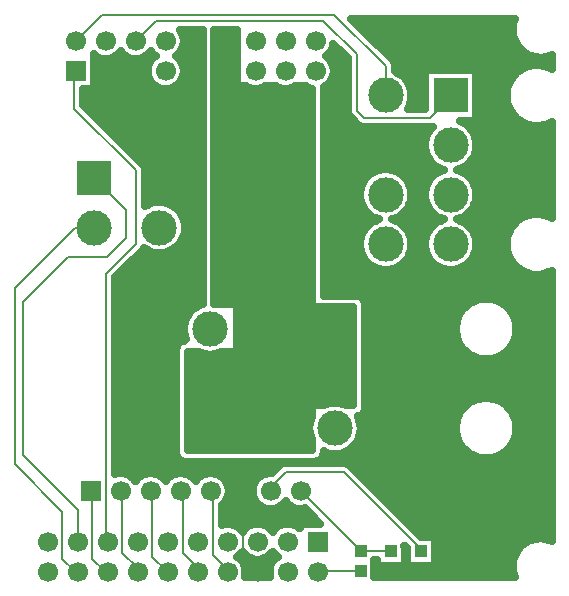
<source format=gtl>
G04 DipTrace 3.0.0.1*
G04 Maxon_Brushless_Driver_v2.0-version2.GTL*
%MOIN*%
G04 #@! TF.FileFunction,Copper,L1,Top*
G04 #@! TF.Part,Single*
G04 #@! TA.AperFunction,Conductor*
%ADD13C,0.008*%
G04 #@! TA.AperFunction,CopperBalancing*
%ADD14C,0.025*%
%ADD15R,0.03937X0.043307*%
G04 #@! TA.AperFunction,ComponentPad*
%ADD17C,0.11811*%
%ADD18R,0.11811X0.11811*%
%ADD19R,0.066929X0.066929*%
%ADD20C,0.066929*%
%FSLAX26Y26*%
G04*
G70*
G90*
G75*
G01*
G04 Top*
%LPD*%
X918923Y456509D2*
D13*
Y468937D1*
X868854Y519005D1*
Y719159D1*
X862588Y725425D1*
X1018923Y456509D2*
X968865Y506567D1*
Y719148D1*
X962588Y725425D1*
X1218923Y456509D2*
Y462718D1*
X1168886Y512755D1*
Y719127D1*
X1162588Y725425D1*
X1118923Y456509D2*
Y468958D1*
X1068875Y519005D1*
Y719138D1*
X1062588Y725425D1*
X1318923Y456509D2*
X1306390D1*
X1268896Y494003D1*
Y719117D1*
X1262588Y725425D1*
X1962720Y2044165D2*
X1968967D1*
X1893793Y1968991D1*
X1675042D1*
X1650042Y1993991D1*
Y2181488D1*
X1537541Y2293990D1*
X981152D1*
X912588Y2225425D1*
X1746185Y2044165D2*
Y2141597D1*
X1575042Y2312740D1*
X799903D1*
X712588Y2225425D1*
X818923Y556509D2*
X812598D1*
Y1450353D1*
X912609Y1550364D1*
Y1794139D1*
X706337Y2000411D1*
Y2119175D1*
X712588Y2125425D1*
X718923Y556509D2*
Y662686D1*
X537570Y844039D1*
Y1356593D1*
X687585Y1506609D1*
X818849D1*
X881356Y1569115D1*
Y1662875D1*
X775094Y1769136D1*
X718923Y456509D2*
X712577D1*
X668833Y500253D1*
Y656520D1*
X509730Y815623D1*
Y1403761D1*
X709751Y1603782D1*
X775094D1*
X818923Y456509D2*
X812588D1*
X768844Y500253D1*
Y719169D1*
X762588Y725425D1*
X1362588D2*
Y737710D1*
X1412661Y787783D1*
X1606432D1*
X1862709Y531507D1*
Y525256D1*
X1662688D2*
Y525325D1*
X1462588Y725425D1*
X1662688Y525256D2*
X1762698D1*
X1662688Y458327D2*
X1520740D1*
X1518923Y456509D1*
X1177517Y2237871D2*
D14*
X1247517D1*
X1177517Y2213003D2*
X1247517D1*
X1177517Y2188134D2*
X1247517D1*
X1177517Y2163265D2*
X1247517D1*
X1177517Y2138396D2*
X1247517D1*
X1177517Y2113528D2*
X1247517D1*
X1177517Y2088659D2*
X1247517D1*
X1177517Y2063790D2*
X1497517D1*
X1177517Y2038921D2*
X1497517D1*
X1177517Y2014052D2*
X1497517D1*
X1177517Y1989184D2*
X1497517D1*
X1177517Y1964315D2*
X1497517D1*
X1177517Y1939446D2*
X1497517D1*
X1177517Y1914577D2*
X1497517D1*
X1177517Y1889709D2*
X1497517D1*
X1177517Y1864840D2*
X1497517D1*
X1177517Y1839971D2*
X1497517D1*
X1177517Y1815102D2*
X1497517D1*
X1177517Y1790234D2*
X1497517D1*
X1177517Y1765365D2*
X1497517D1*
X1177517Y1740496D2*
X1497517D1*
X1177517Y1715627D2*
X1497517D1*
X1177517Y1690759D2*
X1497517D1*
X1177517Y1665890D2*
X1497517D1*
X1177517Y1641021D2*
X1497517D1*
X1177517Y1616152D2*
X1497517D1*
X1177517Y1591283D2*
X1497517D1*
X1177517Y1566415D2*
X1497517D1*
X1177517Y1541546D2*
X1497517D1*
X1177517Y1516677D2*
X1497517D1*
X1177517Y1491808D2*
X1497517D1*
X1177517Y1466940D2*
X1497517D1*
X1177517Y1442071D2*
X1497517D1*
X1177517Y1417202D2*
X1497517D1*
X1177517Y1392333D2*
X1497517D1*
X1177517Y1367465D2*
X1497517D1*
X1252517Y1342596D2*
X1497567D1*
X1252567Y1317727D2*
X1635017D1*
X1252567Y1292858D2*
X1635017D1*
X1252567Y1267990D2*
X1635017D1*
X1252567Y1243121D2*
X1635017D1*
X1252567Y1218252D2*
X1635017D1*
X1252517Y1193383D2*
X1635017D1*
X1090067Y1168514D2*
X1635017D1*
X1090067Y1143646D2*
X1635017D1*
X1090067Y1118777D2*
X1635017D1*
X1090067Y1093908D2*
X1635017D1*
X1090067Y1069039D2*
X1635017D1*
X1090067Y1044171D2*
X1635017D1*
X1090067Y1019302D2*
X1560604D1*
X1594217D2*
X1635017D1*
X1090067Y994433D2*
X1497517D1*
X1090067Y969564D2*
X1496688D1*
X1090067Y944696D2*
X1489900D1*
X1090067Y919827D2*
X1490731D1*
X1090067Y894958D2*
X1497517D1*
X1090067Y870089D2*
X1497517D1*
X1195542Y1187745D2*
X1186833Y1184310D1*
X1173780Y1181177D1*
X1160398Y1180123D1*
X1147016Y1181177D1*
X1133962Y1184310D1*
X1125042Y1187740D1*
X1087591D1*
X1087542Y862789D1*
X1499993Y862740D1*
X1500042Y898433D1*
X1496055Y908526D1*
X1492923Y921580D1*
X1491869Y934962D1*
X1492923Y948344D1*
X1496055Y961398D1*
X1500039Y971298D1*
X1500196Y1002196D1*
X1501404Y1005915D1*
X1503703Y1009079D1*
X1506867Y1011378D1*
X1510587Y1012587D1*
X1541790Y1012740D1*
X1550980Y1016323D1*
X1564034Y1019455D1*
X1577416Y1020509D1*
X1590798Y1019455D1*
X1603852Y1016323D1*
X1612894Y1012734D1*
X1637493Y1012740D1*
X1637542Y1337692D1*
X1510587Y1337894D1*
X1506867Y1339102D1*
X1503703Y1341402D1*
X1501404Y1344566D1*
X1500196Y1348285D1*
X1500042Y1387740D1*
Y2066793D1*
X1489643Y2070033D1*
X1481261Y2074303D1*
X1479869Y2075234D1*
X1445403Y2075240D1*
X1439807Y2072004D1*
X1431115Y2068403D1*
X1421967Y2066206D1*
X1412588Y2065469D1*
X1403209Y2066206D1*
X1394060Y2068403D1*
X1385369Y2072004D1*
X1379869Y2075234D1*
X1345403Y2075240D1*
X1339807Y2072004D1*
X1331115Y2068403D1*
X1321967Y2066206D1*
X1312588Y2065469D1*
X1303209Y2066206D1*
X1294060Y2068403D1*
X1285369Y2072004D1*
X1279869Y2075234D1*
X1260587Y2075394D1*
X1256867Y2076602D1*
X1253703Y2078902D1*
X1251404Y2082066D1*
X1250196Y2085785D1*
X1250042Y2125240D1*
Y2262692D1*
X1174993Y2262740D1*
X1175042Y1350240D1*
X1239497Y1350087D1*
X1243217Y1348878D1*
X1246381Y1346579D1*
X1248680Y1343415D1*
X1249888Y1339696D1*
X1250042Y1300240D1*
X1249888Y1198285D1*
X1248680Y1194566D1*
X1246381Y1191402D1*
X1243217Y1189102D1*
X1239497Y1187894D1*
X1195697Y1187740D1*
X1658035Y2275371D2*
X2168465D1*
X1069559Y2250503D2*
X1133552D1*
X1682888D2*
X2168465D1*
X1075028Y2225634D2*
X1133552D1*
X1707791D2*
X2175448D1*
X1069753Y2200765D2*
X1133552D1*
X1569753D2*
X1585164D1*
X1732644D2*
X2191560D1*
X848856Y2175896D2*
X876277D1*
X948856D2*
X976277D1*
X1048856D2*
X1133552D1*
X1548856D2*
X1610017D1*
X1757499D2*
X2228572D1*
X775028Y2151028D2*
X955867D1*
X1069315D2*
X1133552D1*
X1569315D2*
X1617049D1*
X1777664D2*
X2297517D1*
X775028Y2126159D2*
X950155D1*
X1075028D2*
X1133552D1*
X1575028D2*
X1617049D1*
X1779177D2*
X1874667D1*
X2050760D2*
X2188289D1*
X775028Y2101290D2*
X955184D1*
X1069949D2*
X1133552D1*
X1569949D2*
X1617049D1*
X1812381D2*
X1874667D1*
X2050760D2*
X2164071D1*
X775028Y2076421D2*
X975545D1*
X1049636D2*
X1133552D1*
X1549636D2*
X1617049D1*
X1827908D2*
X1874667D1*
X2050760D2*
X2151668D1*
X739333Y2051552D2*
X1133552D1*
X1541531D2*
X1617049D1*
X1833915D2*
X1874667D1*
X2050760D2*
X2146688D1*
X739333Y2026684D2*
X1133552D1*
X1541531D2*
X1617049D1*
X1832449D2*
X1874667D1*
X2050760D2*
X2147908D1*
X750564Y2001815D2*
X1133552D1*
X1541531D2*
X1617049D1*
X1823025D2*
X1874667D1*
X2050760D2*
X2155672D1*
X775417Y1976946D2*
X1133552D1*
X1541531D2*
X1622273D1*
X2050760D2*
X2171932D1*
X800272Y1952077D2*
X1133552D1*
X1541531D2*
X1646345D1*
X2009403D2*
X2205623D1*
X825173Y1927209D2*
X1133552D1*
X1541531D2*
X1889656D1*
X2035769D2*
X2297517D1*
X850028Y1902340D2*
X1133552D1*
X1541531D2*
X1877987D1*
X2047488D2*
X2297517D1*
X874881Y1877471D2*
X1133552D1*
X1541531D2*
X1874667D1*
X2050760D2*
X2297517D1*
X899783Y1852602D2*
X1133552D1*
X1541531D2*
X1878768D1*
X2046659D2*
X2297517D1*
X924636Y1827734D2*
X1133552D1*
X1541531D2*
X1891609D1*
X2033865D2*
X2297517D1*
X944315Y1802865D2*
X1133552D1*
X1541531D2*
X1920857D1*
X2004617D2*
X2297517D1*
X945584Y1777996D2*
X1133552D1*
X1541531D2*
X1687556D1*
X1804812D2*
X1904060D1*
X2021365D2*
X2297517D1*
X945584Y1753127D2*
X1133552D1*
X1541531D2*
X1667879D1*
X1824491D2*
X1884432D1*
X2040995D2*
X2297517D1*
X945584Y1728259D2*
X1133552D1*
X1541531D2*
X1659432D1*
X1832937D2*
X1875984D1*
X2049491D2*
X2297517D1*
X945584Y1703390D2*
X1133552D1*
X1541531D2*
X1658748D1*
X1833621D2*
X1875252D1*
X2050173D2*
X2297517D1*
X1035769Y1678521D2*
X1133552D1*
X1541531D2*
X1665584D1*
X1826785D2*
X1882136D1*
X2043289D2*
X2297517D1*
X1063651Y1653652D2*
X1133552D1*
X1541531D2*
X1682528D1*
X1809841D2*
X1899031D1*
X2026395D2*
X2297517D1*
X1075955Y1628783D2*
X1133552D1*
X1541531D2*
X1715243D1*
X1777127D2*
X1931795D1*
X1993680D2*
X2186531D1*
X1079667Y1603915D2*
X1133552D1*
X1541531D2*
X1678865D1*
X1813504D2*
X1895369D1*
X2030056D2*
X2163192D1*
X1076004Y1579046D2*
X1133552D1*
X1541531D2*
X1663924D1*
X1828445D2*
X1880476D1*
X2044999D2*
X2151277D1*
X1063845Y1554177D2*
X1133552D1*
X1541531D2*
X1658357D1*
X1834012D2*
X1874911D1*
X2050564D2*
X2146589D1*
X1036209Y1529308D2*
X1133552D1*
X1541531D2*
X1660213D1*
X1832156D2*
X1876765D1*
X2048660D2*
X2148152D1*
X912283Y1504440D2*
X1133552D1*
X1541531D2*
X1670125D1*
X1822244D2*
X1886677D1*
X2038797D2*
X2156307D1*
X887429Y1479571D2*
X1133552D1*
X1541531D2*
X1692488D1*
X1799881D2*
X1909041D1*
X2016433D2*
X2173152D1*
X862576Y1454702D2*
X1133552D1*
X1541531D2*
X2208651D1*
X845584Y1429833D2*
X1133552D1*
X1541531D2*
X2297517D1*
X845584Y1404965D2*
X1133552D1*
X1541531D2*
X2297517D1*
X845584Y1380096D2*
X1133552D1*
X1541531D2*
X2297517D1*
X845584Y1355227D2*
X1133552D1*
X1678543D2*
X2031844D1*
X2130837D2*
X2297517D1*
X845584Y1330358D2*
X1101912D1*
X1679031D2*
X2001131D1*
X2161600D2*
X2297517D1*
X845584Y1305490D2*
X1082185D1*
X1679031D2*
X1985896D1*
X2176833D2*
X2297517D1*
X845584Y1280621D2*
X1073689D1*
X1679031D2*
X1978816D1*
X2183865D2*
X2297517D1*
X845584Y1255752D2*
X1072908D1*
X1679031D2*
X1978181D1*
X2184500D2*
X2297517D1*
X845584Y1230883D2*
X1079744D1*
X1679031D2*
X1983895D1*
X2178836D2*
X2297517D1*
X845584Y1206014D2*
X1046688D1*
X1679031D2*
X1997176D1*
X2165505D2*
X2297517D1*
X845584Y1181146D2*
X1046052D1*
X1679031D2*
X2023299D1*
X2139383D2*
X2297517D1*
X845584Y1156277D2*
X1046052D1*
X1679031D2*
X2297517D1*
X845584Y1131408D2*
X1046052D1*
X1679031D2*
X2297517D1*
X845584Y1106539D2*
X1046052D1*
X1679031D2*
X2297517D1*
X845584Y1081671D2*
X1046052D1*
X1679031D2*
X2297517D1*
X845584Y1056802D2*
X1046052D1*
X1679031D2*
X2297517D1*
X845584Y1031933D2*
X1046052D1*
X1679031D2*
X2050155D1*
X2112576D2*
X2297517D1*
X845584Y1007064D2*
X1046052D1*
X1679031D2*
X2007917D1*
X2154764D2*
X2297517D1*
X845584Y982196D2*
X1046052D1*
X1671951D2*
X1989412D1*
X2173269D2*
X2297517D1*
X845584Y957327D2*
X1046052D1*
X1662479D2*
X1980232D1*
X2182499D2*
X2297517D1*
X845584Y932458D2*
X1046052D1*
X1665408D2*
X1977743D1*
X2184940D2*
X2297517D1*
X845584Y907589D2*
X1046052D1*
X1660965D2*
X1981501D1*
X2181228D2*
X2297517D1*
X845584Y882720D2*
X1046052D1*
X1647684D2*
X1992244D1*
X2170437D2*
X2297517D1*
X845584Y857852D2*
X1046052D1*
X1616971D2*
X2013436D1*
X2149295D2*
X2297517D1*
X845584Y832983D2*
X1052449D1*
X1535135D2*
X2297517D1*
X845584Y808114D2*
X1387361D1*
X1631717D2*
X2297517D1*
X880936Y783245D2*
X944247D1*
X980936D2*
X1044247D1*
X1080936D2*
X1144247D1*
X1180936D2*
X1344247D1*
X1656571D2*
X2297517D1*
X1215164Y758377D2*
X1310017D1*
X1681472D2*
X2297517D1*
X1224491Y733508D2*
X1300692D1*
X1706327D2*
X2297517D1*
X1222635Y708639D2*
X1302547D1*
X1731180D2*
X2297517D1*
X1208231Y683770D2*
X1316951D1*
X1756083D2*
X2297517D1*
X1201883Y658902D2*
X1483504D1*
X1780936D2*
X2297517D1*
X1201883Y634033D2*
X1508357D1*
X1805789D2*
X2297517D1*
X1250076Y609164D2*
X1287752D1*
X1350076D2*
X1387752D1*
X1830692D2*
X2297517D1*
X1855545Y584295D2*
X2297517D1*
X1911404Y559427D2*
X2221589D1*
X1911404Y534558D2*
X2189071D1*
X1258865Y509689D2*
X1278963D1*
X1358865D2*
X1378963D1*
X1911404D2*
X2174276D1*
X1274295Y484820D2*
X1363583D1*
X1911404D2*
X2168123D1*
X1281277Y459951D2*
X1356551D1*
X1711356D2*
X2168904D1*
X1808875Y542201D2*
Y477110D1*
X1716521D1*
Y494738D1*
X1708841Y494764D1*
X1708865Y437772D1*
X2178021Y437740D1*
X2174654Y446626D1*
X2171260Y460760D1*
X2170119Y475251D1*
X2171260Y489741D1*
X2174654Y503875D1*
X2180215Y517304D1*
X2187811Y529698D1*
X2197251Y540751D1*
X2208303Y550190D1*
X2220697Y557786D1*
X2234126Y563348D1*
X2248260Y566741D1*
X2262751Y567882D1*
X2277241Y566741D1*
X2291375Y563348D1*
X2300031Y559987D1*
X2300042Y1460055D1*
X2288854Y1454593D1*
X2273749Y1449685D1*
X2258063Y1447201D1*
X2242181D1*
X2226495Y1449685D1*
X2211390Y1454593D1*
X2197238Y1461803D1*
X2184388Y1471139D1*
X2173159Y1482369D1*
X2163823Y1495218D1*
X2156613Y1509370D1*
X2151705Y1524475D1*
X2149220Y1540161D1*
Y1556043D1*
X2151705Y1571730D1*
X2156613Y1586835D1*
X2163823Y1600987D1*
X2173159Y1613836D1*
X2184388Y1625066D1*
X2197238Y1634402D1*
X2211390Y1641612D1*
X2226495Y1646520D1*
X2242181Y1649004D1*
X2258063D1*
X2273749Y1646520D1*
X2288854Y1641612D1*
X2300054Y1636055D1*
X2300042Y1956148D1*
X2288854Y1950656D1*
X2273749Y1945748D1*
X2258063Y1943264D1*
X2242181D1*
X2226495Y1945748D1*
X2211390Y1950656D1*
X2197238Y1957866D1*
X2184388Y1967202D1*
X2173159Y1978432D1*
X2163823Y1991281D1*
X2156613Y2005433D1*
X2151705Y2020538D1*
X2149220Y2036224D1*
Y2052106D1*
X2151705Y2067793D1*
X2156613Y2082898D1*
X2163823Y2097050D1*
X2173159Y2109899D1*
X2184388Y2121129D1*
X2197238Y2130465D1*
X2211390Y2137675D1*
X2226495Y2142583D1*
X2242181Y2145067D1*
X2258063D1*
X2273749Y2142583D1*
X2288854Y2137675D1*
X2300054Y2132118D1*
X2300042Y2178121D1*
X2291375Y2174841D1*
X2277241Y2171448D1*
X2262751Y2170307D1*
X2248260Y2171448D1*
X2234126Y2174841D1*
X2220697Y2180403D1*
X2208303Y2187999D1*
X2197251Y2197438D1*
X2187811Y2208491D1*
X2180215Y2220885D1*
X2174654Y2234314D1*
X2171260Y2248448D1*
X2170119Y2262938D1*
X2171260Y2277429D1*
X2174654Y2291563D1*
X2178014Y2300219D1*
X1630657Y2300240D1*
X1769371Y2161400D1*
X1773354Y2155440D1*
X1775835Y2148715D1*
X1776677Y2141597D1*
Y2124068D1*
X1785022Y2120388D1*
X1796469Y2113374D1*
X1806676Y2104656D1*
X1815394Y2094449D1*
X1822408Y2083003D1*
X1827546Y2070601D1*
X1830678Y2057547D1*
X1831732Y2044165D1*
X1830678Y2030783D1*
X1827546Y2017730D1*
X1822408Y2005328D1*
X1819139Y1999490D1*
X1877142Y1999483D1*
X1877173Y2129713D1*
X2048268D1*
Y1958618D1*
X1993531D1*
X2001558Y1955034D1*
X2013004Y1948020D1*
X2023211Y1939302D1*
X2031929Y1929094D1*
X2038944Y1917648D1*
X2044081Y1905247D1*
X2047214Y1892193D1*
X2048268Y1878811D1*
X2047214Y1865429D1*
X2044081Y1852375D1*
X2038944Y1839974D1*
X2031929Y1828528D1*
X2023211Y1818320D1*
X2013004Y1809602D1*
X2001558Y1802588D1*
X1989156Y1797450D1*
X1984585Y1796161D1*
X1995458Y1792492D1*
X2007419Y1786398D1*
X2018280Y1778508D1*
X2027772Y1769016D1*
X2035661Y1758155D1*
X2041756Y1746194D1*
X2045904Y1733428D1*
X2048004Y1720169D1*
Y1706744D1*
X2045904Y1693486D1*
X2041756Y1680719D1*
X2035661Y1668759D1*
X2027772Y1657898D1*
X2018280Y1648406D1*
X2007419Y1640516D1*
X1995458Y1634421D1*
X1984585Y1630807D1*
X1995458Y1627138D1*
X2007419Y1621043D1*
X2018280Y1613154D1*
X2027772Y1603661D1*
X2035661Y1592801D1*
X2041756Y1580840D1*
X2045904Y1568073D1*
X2048004Y1554815D1*
Y1541390D1*
X2045904Y1528131D1*
X2041756Y1515365D1*
X2035661Y1503404D1*
X2027772Y1492543D1*
X2018280Y1483051D1*
X2007419Y1475161D1*
X1995458Y1469067D1*
X1982692Y1464919D1*
X1969433Y1462819D1*
X1956008D1*
X1942749Y1464919D1*
X1929983Y1469067D1*
X1918022Y1475161D1*
X1907161Y1483051D1*
X1897669Y1492543D1*
X1889780Y1503404D1*
X1883685Y1515365D1*
X1879537Y1528131D1*
X1877437Y1541390D1*
Y1554815D1*
X1879537Y1568073D1*
X1883685Y1580840D1*
X1889780Y1592801D1*
X1897669Y1603661D1*
X1907161Y1613154D1*
X1918022Y1621043D1*
X1929983Y1627138D1*
X1940856Y1630752D1*
X1929983Y1634421D1*
X1918022Y1640516D1*
X1907161Y1648406D1*
X1897669Y1657898D1*
X1889780Y1668759D1*
X1883685Y1680719D1*
X1879537Y1693486D1*
X1877437Y1706744D1*
Y1720169D1*
X1879537Y1733428D1*
X1883685Y1746194D1*
X1889780Y1758155D1*
X1897669Y1769016D1*
X1907161Y1778508D1*
X1918022Y1786398D1*
X1929983Y1792492D1*
X1940856Y1796106D1*
X1929983Y1799776D1*
X1918022Y1805870D1*
X1907161Y1813760D1*
X1897669Y1823252D1*
X1889780Y1834113D1*
X1883685Y1846073D1*
X1879537Y1858840D1*
X1877437Y1872098D1*
Y1885524D1*
X1879537Y1898782D1*
X1883685Y1911549D1*
X1889780Y1923509D1*
X1897669Y1934370D1*
X1902865Y1939890D1*
X1896185Y1938593D1*
X1675042Y1938499D1*
X1667924Y1939341D1*
X1661199Y1941822D1*
X1655239Y1945804D1*
X1626856Y1974188D1*
X1622873Y1980148D1*
X1620392Y1986873D1*
X1619550Y1993991D1*
Y2168844D1*
X1571891Y2216516D1*
X1569610Y2206898D1*
X1566009Y2198206D1*
X1561094Y2190184D1*
X1554984Y2183029D1*
X1547829Y2176919D1*
X1545643Y2175458D1*
X1551526Y2171017D1*
X1558180Y2164364D1*
X1563710Y2156752D1*
X1567980Y2148370D1*
X1570888Y2139421D1*
X1572360Y2130130D1*
Y2120720D1*
X1570888Y2111429D1*
X1567980Y2102480D1*
X1563710Y2094098D1*
X1558180Y2086487D1*
X1551526Y2079833D1*
X1543915Y2074303D1*
X1539022Y2071642D1*
X1539034Y1376753D1*
X1652121Y1376651D1*
X1658228Y1375436D1*
X1663885Y1372828D1*
X1668774Y1368972D1*
X1672630Y1364083D1*
X1675238Y1358427D1*
X1676453Y1352319D1*
X1676534Y1000240D1*
X1675802Y994055D1*
X1673647Y988213D1*
X1670186Y983035D1*
X1665614Y978807D1*
X1660180Y975765D1*
X1654178Y974073D1*
X1653639Y973799D1*
X1658777Y961398D1*
X1661909Y948344D1*
X1662963Y934962D1*
X1661909Y921580D1*
X1658777Y908526D1*
X1653639Y896125D1*
X1646625Y884678D1*
X1637907Y874471D1*
X1627699Y865753D1*
X1616253Y858739D1*
X1603852Y853601D1*
X1590798Y850469D1*
X1577416Y849415D1*
X1564034Y850469D1*
X1550980Y853601D1*
X1539031Y858530D1*
X1538709Y846096D1*
X1537017Y840102D1*
X1533975Y834668D1*
X1529747Y830096D1*
X1524570Y826635D1*
X1518727Y824480D1*
X1512542Y823748D1*
X1072963Y823829D1*
X1066856Y825045D1*
X1061199Y827652D1*
X1056310Y831508D1*
X1052454Y836398D1*
X1049846Y842054D1*
X1048631Y848161D1*
X1048550Y1200240D1*
X1049282Y1206425D1*
X1051437Y1212268D1*
X1054898Y1217445D1*
X1059470Y1221673D1*
X1064904Y1224715D1*
X1070898Y1226407D1*
X1075050Y1226732D1*
X1081362Y1232933D1*
X1077214Y1245699D1*
X1075114Y1258958D1*
Y1272383D1*
X1077214Y1285642D1*
X1081362Y1298408D1*
X1087457Y1310369D1*
X1095346Y1321230D1*
X1104839Y1330722D1*
X1115699Y1338612D1*
X1127660Y1344706D1*
X1136058Y1347622D1*
X1136050Y2263472D1*
X1058878Y2263497D1*
X1063710Y2256752D1*
X1067980Y2248370D1*
X1070888Y2239421D1*
X1072360Y2230130D1*
Y2220720D1*
X1070888Y2211429D1*
X1067980Y2202480D1*
X1063710Y2194098D1*
X1058180Y2186487D1*
X1051526Y2179833D1*
X1045643Y2175458D1*
X1051526Y2171017D1*
X1058180Y2164364D1*
X1063710Y2156752D1*
X1067980Y2148370D1*
X1070888Y2139421D1*
X1072360Y2130130D1*
Y2120720D1*
X1070888Y2111429D1*
X1067980Y2102480D1*
X1063710Y2094098D1*
X1058180Y2086487D1*
X1051526Y2079833D1*
X1043915Y2074303D1*
X1035533Y2070033D1*
X1026584Y2067125D1*
X1017293Y2065654D1*
X1007883D1*
X998592Y2067125D1*
X989643Y2070033D1*
X981261Y2074303D1*
X973650Y2079833D1*
X966996Y2086487D1*
X961466Y2094098D1*
X957196Y2102480D1*
X954287Y2111429D1*
X952816Y2120720D1*
Y2130130D1*
X954287Y2139421D1*
X957196Y2148370D1*
X961466Y2156752D1*
X966996Y2164364D1*
X973650Y2171017D1*
X979533Y2175392D1*
X973650Y2179833D1*
X966996Y2186487D1*
X962621Y2192370D1*
X958180Y2186487D1*
X951526Y2179833D1*
X943915Y2174303D1*
X935533Y2170033D1*
X926584Y2167125D1*
X917293Y2165654D1*
X907883D1*
X898592Y2167125D1*
X889643Y2170033D1*
X881261Y2174303D1*
X873650Y2179833D1*
X866996Y2186487D1*
X862621Y2192370D1*
X858180Y2186487D1*
X851526Y2179833D1*
X843915Y2174303D1*
X835533Y2170033D1*
X826584Y2167125D1*
X817293Y2165654D1*
X807883D1*
X798592Y2167125D1*
X789643Y2170033D1*
X781261Y2174303D1*
X773650Y2179833D1*
X772555Y2180845D1*
X772545Y2065469D1*
X736852D1*
X736829Y2013071D1*
X935795Y1813942D1*
X939778Y1807983D1*
X942259Y1801257D1*
X943101Y1794139D1*
Y1674266D1*
X952793Y1680005D1*
X965194Y1685143D1*
X978248Y1688276D1*
X991630Y1689329D1*
X1005012Y1688276D1*
X1018066Y1685143D1*
X1030467Y1680005D1*
X1041913Y1672991D1*
X1052121Y1664273D1*
X1060839Y1654066D1*
X1067853Y1642619D1*
X1072991Y1630218D1*
X1076123Y1617164D1*
X1077177Y1603782D1*
X1076123Y1590400D1*
X1072991Y1577346D1*
X1067853Y1564945D1*
X1060839Y1553499D1*
X1052121Y1543291D1*
X1041913Y1534573D1*
X1030467Y1527559D1*
X1018066Y1522421D1*
X1005012Y1519289D1*
X991630Y1518235D1*
X978248Y1519289D1*
X965194Y1522421D1*
X952793Y1527559D1*
X941346Y1534573D1*
X939513Y1536018D1*
X935795Y1530560D1*
X843123Y1437756D1*
X843091Y782140D1*
X853209Y784644D1*
X862588Y785382D1*
X871967Y784644D1*
X881115Y782448D1*
X889807Y778846D1*
X897829Y773932D1*
X904984Y767822D1*
X911094Y760667D1*
X912555Y758480D1*
X916996Y764364D1*
X923650Y771017D1*
X931261Y776547D1*
X939643Y780818D1*
X948592Y783726D1*
X957883Y785197D1*
X967293D1*
X976584Y783726D1*
X985533Y780818D1*
X993915Y776547D1*
X1001526Y771017D1*
X1008180Y764364D1*
X1012555Y758480D1*
X1016996Y764364D1*
X1023650Y771017D1*
X1031261Y776547D1*
X1039643Y780818D1*
X1048592Y783726D1*
X1057883Y785197D1*
X1067293D1*
X1076584Y783726D1*
X1085533Y780818D1*
X1093915Y776547D1*
X1101526Y771017D1*
X1108180Y764364D1*
X1112555Y758480D1*
X1116996Y764364D1*
X1123650Y771017D1*
X1131261Y776547D1*
X1139643Y780818D1*
X1148592Y783726D1*
X1157883Y785197D1*
X1167293D1*
X1176584Y783726D1*
X1185533Y780818D1*
X1193915Y776547D1*
X1201526Y771017D1*
X1208180Y764364D1*
X1213710Y756752D1*
X1217980Y748370D1*
X1220888Y739421D1*
X1222360Y730130D1*
Y720720D1*
X1220888Y711429D1*
X1217980Y702480D1*
X1213710Y694098D1*
X1208180Y686487D1*
X1201526Y679833D1*
X1199375Y678138D1*
X1199378Y613219D1*
X1209543Y615728D1*
X1218923Y616466D1*
X1228302Y615728D1*
X1237450Y613531D1*
X1246142Y609930D1*
X1254164Y605016D1*
X1261319Y598906D1*
X1267429Y591751D1*
X1268890Y589564D1*
X1273331Y595448D1*
X1279984Y602101D1*
X1287596Y607631D1*
X1295978Y611902D1*
X1304927Y614810D1*
X1314218Y616281D1*
X1323627D1*
X1332919Y614810D1*
X1341867Y611902D1*
X1350249Y607631D1*
X1357861Y602101D1*
X1364514Y595448D1*
X1368890Y589564D1*
X1373331Y595448D1*
X1379984Y602101D1*
X1387596Y607631D1*
X1395978Y611902D1*
X1404927Y614810D1*
X1414218Y616281D1*
X1423627D1*
X1432919Y614810D1*
X1441867Y611902D1*
X1450249Y607631D1*
X1457861Y602101D1*
X1458955Y601089D1*
X1458966Y616466D1*
X1528449D1*
X1477504Y667386D1*
X1467293Y665654D1*
X1457883D1*
X1448592Y667125D1*
X1439643Y670033D1*
X1431261Y674303D1*
X1423650Y679833D1*
X1416996Y686487D1*
X1412621Y692370D1*
X1408180Y686487D1*
X1401526Y679833D1*
X1393915Y674303D1*
X1385533Y670033D1*
X1376584Y667125D1*
X1367293Y665654D1*
X1357883D1*
X1348592Y667125D1*
X1339643Y670033D1*
X1331261Y674303D1*
X1323650Y679833D1*
X1316996Y686487D1*
X1311466Y694098D1*
X1307196Y702480D1*
X1304287Y711429D1*
X1302816Y720720D1*
Y730130D1*
X1304287Y739421D1*
X1307196Y748370D1*
X1311466Y756752D1*
X1316996Y764364D1*
X1323650Y771017D1*
X1331261Y776547D1*
X1339643Y780818D1*
X1348592Y783726D1*
X1357883Y785197D1*
X1366980Y785210D1*
X1392858Y810970D1*
X1398818Y814953D1*
X1405543Y817433D1*
X1412661Y818276D1*
X1608824Y818181D1*
X1615854Y816783D1*
X1622364Y813782D1*
X1627993Y809345D1*
X1863913Y573424D1*
X1908886Y573402D1*
Y477110D1*
X1816531D1*
Y534581D1*
X1808865Y542228D1*
X1831469Y1541390D2*
X1829369Y1528131D1*
X1825220Y1515365D1*
X1819126Y1503404D1*
X1811236Y1492543D1*
X1801744Y1483051D1*
X1790883Y1475161D1*
X1778923Y1469067D1*
X1766156Y1464919D1*
X1752898Y1462819D1*
X1739472D1*
X1726214Y1464919D1*
X1713448Y1469067D1*
X1701487Y1475161D1*
X1690626Y1483051D1*
X1681134Y1492543D1*
X1673244Y1503404D1*
X1667150Y1515365D1*
X1663001Y1528131D1*
X1660902Y1541390D1*
Y1554815D1*
X1663001Y1568073D1*
X1667150Y1580840D1*
X1673244Y1592801D1*
X1681134Y1603661D1*
X1690626Y1613154D1*
X1701487Y1621043D1*
X1713448Y1627138D1*
X1724320Y1630752D1*
X1713448Y1634421D1*
X1701487Y1640516D1*
X1690626Y1648406D1*
X1681134Y1657898D1*
X1673244Y1668759D1*
X1667150Y1680719D1*
X1663001Y1693486D1*
X1660902Y1706744D1*
Y1720169D1*
X1663001Y1733428D1*
X1667150Y1746194D1*
X1673244Y1758155D1*
X1681134Y1769016D1*
X1690626Y1778508D1*
X1701487Y1786398D1*
X1713448Y1792492D1*
X1726214Y1796640D1*
X1739472Y1798740D1*
X1752898D1*
X1766156Y1796640D1*
X1778923Y1792492D1*
X1790883Y1786398D1*
X1801744Y1778508D1*
X1811236Y1769016D1*
X1819126Y1758155D1*
X1825220Y1746194D1*
X1829369Y1733428D1*
X1831469Y1720169D1*
Y1706744D1*
X1829369Y1693486D1*
X1825220Y1680719D1*
X1819126Y1668759D1*
X1811236Y1657898D1*
X1801744Y1648406D1*
X1790883Y1640516D1*
X1778923Y1634421D1*
X1768050Y1630807D1*
X1778923Y1627138D1*
X1790883Y1621043D1*
X1801744Y1613154D1*
X1811236Y1603661D1*
X1819126Y1592801D1*
X1825220Y1580840D1*
X1829369Y1568073D1*
X1831469Y1554815D1*
Y1541390D1*
X2182176Y927028D2*
X2179694Y911353D1*
X2174790Y896260D1*
X2167585Y882119D1*
X2158257Y869280D1*
X2147035Y858058D1*
X2134196Y848730D1*
X2120055Y841525D1*
X2104962Y836621D1*
X2089287Y834139D1*
X2073419D1*
X2057744Y836621D1*
X2042651Y841525D1*
X2028510Y848730D1*
X2015671Y858058D1*
X2004449Y869280D1*
X1995121Y882119D1*
X1987916Y896260D1*
X1983012Y911353D1*
X1980530Y927028D1*
Y942896D1*
X1983012Y958571D1*
X1987916Y973664D1*
X1995121Y987804D1*
X2004449Y1000644D1*
X2015671Y1011866D1*
X2028510Y1021194D1*
X2042651Y1028399D1*
X2057744Y1033303D1*
X2073419Y1035785D1*
X2089287D1*
X2104962Y1033303D1*
X2120055Y1028399D1*
X2134196Y1021194D1*
X2147035Y1011866D1*
X2158257Y1000644D1*
X2167585Y987804D1*
X2174790Y973664D1*
X2179694Y958571D1*
X2182176Y942896D1*
Y927028D1*
Y1257736D2*
X2179694Y1242062D1*
X2174790Y1226969D1*
X2167585Y1212828D1*
X2158257Y1199988D1*
X2147035Y1188766D1*
X2134196Y1179438D1*
X2120055Y1172234D1*
X2104962Y1167329D1*
X2089287Y1164848D1*
X2073419D1*
X2057744Y1167329D1*
X2042651Y1172234D1*
X2028510Y1179438D1*
X2015671Y1188766D1*
X2004449Y1199988D1*
X1995121Y1212828D1*
X1987916Y1226969D1*
X1983012Y1242062D1*
X1980530Y1257736D1*
Y1273605D1*
X1983012Y1289280D1*
X1987916Y1304373D1*
X1995121Y1318513D1*
X2004449Y1331353D1*
X2015671Y1342575D1*
X2028510Y1351903D1*
X2042651Y1359108D1*
X2057744Y1364012D1*
X2073419Y1366493D1*
X2089287D1*
X2104962Y1364012D1*
X2120055Y1359108D1*
X2134196Y1351903D1*
X2147035Y1342575D1*
X2158257Y1331353D1*
X2167585Y1318513D1*
X2174790Y1304373D1*
X2179694Y1289280D1*
X2182176Y1273605D1*
Y1257736D1*
X1385867Y506542D2*
X1379984Y510917D1*
X1373331Y517571D1*
X1368955Y523454D1*
X1364514Y517571D1*
X1357861Y510917D1*
X1350249Y505387D1*
X1341867Y501117D1*
X1332919Y498209D1*
X1323627Y496738D1*
X1314218D1*
X1304927Y498209D1*
X1295978Y501117D1*
X1287596Y505387D1*
X1279984Y510917D1*
X1273331Y517571D1*
X1268955Y523454D1*
X1264514Y517571D1*
X1257861Y510917D1*
X1251978Y506542D1*
X1257861Y502101D1*
X1264514Y495448D1*
X1270045Y487836D1*
X1274315Y479454D1*
X1277223Y470505D1*
X1278694Y461214D1*
Y451804D1*
X1277223Y442513D1*
X1275862Y437757D1*
X1361900Y437982D1*
X1359703Y447130D1*
X1358966Y456509D1*
X1359703Y465888D1*
X1361900Y475037D1*
X1365501Y483728D1*
X1370416Y491751D1*
X1376526Y498906D1*
X1383681Y505016D1*
X1385867Y506476D1*
D15*
X1762698Y525256D3*
Y458327D3*
D17*
X943862Y1100316D3*
Y934962D3*
X1160398Y1265671D3*
Y934962D3*
Y1100316D3*
D18*
X943862Y1265671D3*
D17*
X1793951Y1100316D3*
Y1265671D3*
X1577416Y934962D3*
Y1265671D3*
Y1100316D3*
D18*
X1793951Y934962D3*
D19*
X1518923Y556509D3*
D20*
Y456509D3*
X1418923Y556509D3*
Y456509D3*
X1318923Y556509D3*
Y456509D3*
X1218923Y556509D3*
Y456509D3*
X1118923Y556509D3*
Y456509D3*
X1018923Y556509D3*
Y456509D3*
X918923Y556509D3*
Y456509D3*
X818923Y556509D3*
Y456509D3*
X718923Y556509D3*
Y456509D3*
X618923Y556509D3*
Y456509D3*
D15*
X1662688Y525256D3*
Y458327D3*
X1862709Y525256D3*
Y458327D3*
D19*
X712588Y2125425D3*
D20*
Y2225425D3*
X812588Y2125425D3*
Y2225425D3*
X912588Y2125425D3*
Y2225425D3*
X1012588Y2125425D3*
Y2225425D3*
X1112588Y2125425D3*
Y2225425D3*
X1212588Y2125425D3*
Y2225425D3*
X1312588Y2125425D3*
Y2225425D3*
X1412588Y2125425D3*
Y2225425D3*
X1512588Y2125425D3*
Y2225425D3*
D19*
X762588Y725425D3*
D20*
X862588D3*
X962588D3*
X1062588D3*
X1162588D3*
X1262588D3*
X1362588D3*
X1462588D3*
D18*
X1962720Y2044165D3*
D17*
Y1878811D3*
Y1713457D3*
Y1548102D3*
X1746185D3*
Y1713457D3*
Y1878811D3*
Y2044165D3*
D18*
X775094Y1769136D3*
D17*
Y1603782D3*
X991630D3*
Y1769136D3*
M02*

</source>
